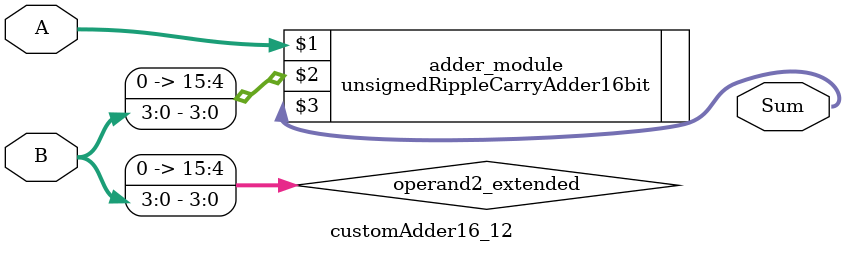
<source format=v>

module customAdder16_12(
                    input [15 : 0] A,
                    input [3 : 0] B,
                    
                    output [16 : 0] Sum
            );

    wire [15 : 0] operand2_extended;
    
    assign operand2_extended =  {12'b0, B};
    
    unsignedRippleCarryAdder16bit adder_module(
        A,
        operand2_extended,
        Sum
    );
    
endmodule
        
</source>
